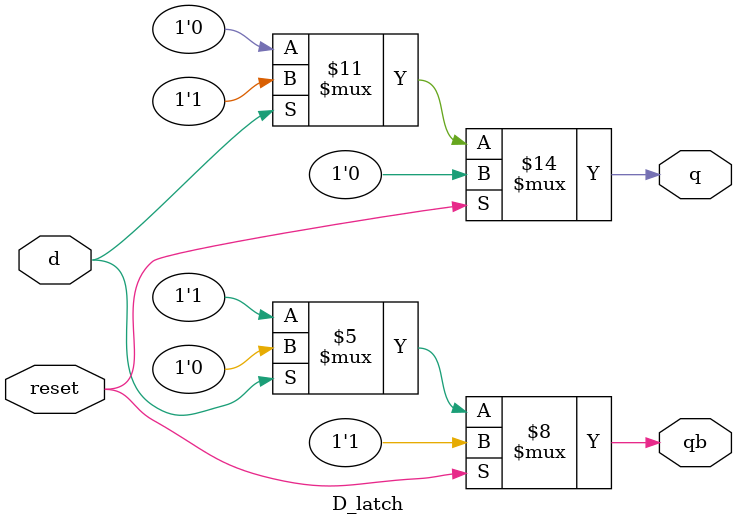
<source format=v>
module D_latch(q, qb, d, reset); 

    input d, reset;
    output q, qb;
    reg q, qb;
    
    always @ (d, reset)
        begin
            if (reset == 1'b1)
            begin
                q <= 1'b0; qb <= 1'b1;
            end
            else if (d == 1'b0)
            begin
                q <= 1'b0; qb <= 1'b1;
            end
            else
            begin
                q <= 1'b1; qb <= 1'b0;
            end
        end

endmodule


</source>
